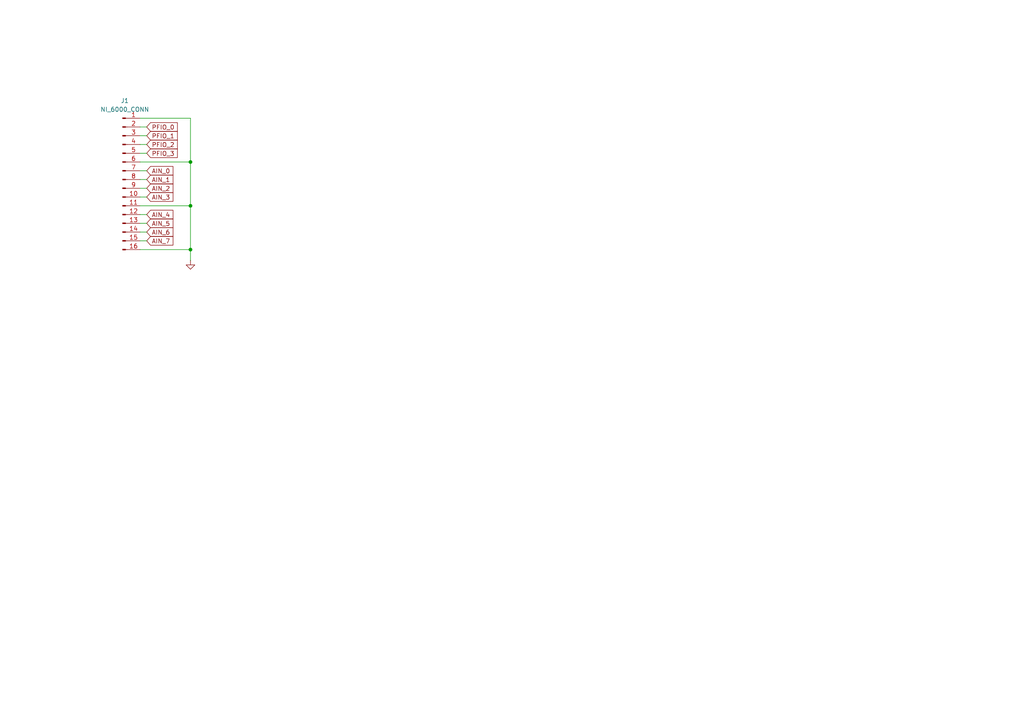
<source format=kicad_sch>
(kicad_sch (version 20250114) (generator "eeschema") (generator_version "9.0")
  (paper "A4")
  (lib_symbols
    (symbol "Connector:Conn_01x16_Pin" (pin_names (offset 1.016) (hide yes))
      (property "Reference" "J" (at 0 20.32 0))
      (property "Value" "Conn_01x16_Pin" (at 0 -22.86 0))
      (symbol "Conn_01x16_Pin_1_1"
        (rectangle (start 0.8636 17.907) (end 0 17.653) (stroke (width 0.1524)) (fill (type outline)))
        (rectangle (start 0.8636 15.367) (end 0 15.113) (stroke (width 0.1524)) (fill (type outline)))
        (rectangle (start 0.8636 12.827) (end 0 12.573) (stroke (width 0.1524)) (fill (type outline)))
        (rectangle (start 0.8636 10.287) (end 0 10.033) (stroke (width 0.1524)) (fill (type outline)))
        (rectangle (start 0.8636 7.747) (end 0 7.493) (stroke (width 0.1524)) (fill (type outline)))
        (rectangle (start 0.8636 5.207) (end 0 4.953) (stroke (width 0.1524)) (fill (type outline)))
        (rectangle (start 0.8636 2.667) (end 0 2.413) (stroke (width 0.1524)) (fill (type outline)))
        (rectangle (start 0.8636 0.127) (end 0 -0.127) (stroke (width 0.1524)) (fill (type outline)))
        (rectangle (start 0.8636 -2.413) (end 0 -2.667) (stroke (width 0.1524)) (fill (type outline)))
        (rectangle (start 0.8636 -4.953) (end 0 -5.207) (stroke (width 0.1524)) (fill (type outline)))
        (rectangle (start 0.8636 -7.493) (end 0 -7.747) (stroke (width 0.1524)) (fill (type outline)))
        (rectangle (start 0.8636 -10.033) (end 0 -10.287) (stroke (width 0.1524)) (fill (type outline)))
        (rectangle (start 0.8636 -12.573) (end 0 -12.827) (stroke (width 0.1524)) (fill (type outline)))
        (rectangle (start 0.8636 -15.113) (end 0 -15.367) (stroke (width 0.1524)) (fill (type outline)))
        (rectangle (start 0.8636 -17.653) (end 0 -17.907) (stroke (width 0.1524)) (fill (type outline)))
        (rectangle (start 0.8636 -20.193) (end 0 -20.447) (stroke (width 0.1524)) (fill (type outline)))
        (polyline (pts (xy 1.27 17.78) (xy 0.8636 17.78)) (stroke (width 0.1524)))
        (polyline (pts (xy 1.27 15.24) (xy 0.8636 15.24)) (stroke (width 0.1524)))
        (polyline (pts (xy 1.27 12.7) (xy 0.8636 12.7)) (stroke (width 0.1524)))
        (polyline (pts (xy 1.27 10.16) (xy 0.8636 10.16)) (stroke (width 0.1524)))
        (polyline (pts (xy 1.27 7.62) (xy 0.8636 7.62)) (stroke (width 0.1524)))
        (polyline (pts (xy 1.27 5.08) (xy 0.8636 5.08)) (stroke (width 0.1524)))
        (polyline (pts (xy 1.27 2.54) (xy 0.8636 2.54)) (stroke (width 0.1524)))
        (polyline (pts (xy 1.27 0) (xy 0.8636 0)) (stroke (width 0.1524)))
        (polyline (pts (xy 1.27 -2.54) (xy 0.8636 -2.54)) (stroke (width 0.1524)))
        (polyline (pts (xy 1.27 -5.08) (xy 0.8636 -5.08)) (stroke (width 0.1524)))
        (polyline (pts (xy 1.27 -7.62) (xy 0.8636 -7.62)) (stroke (width 0.1524)))
        (polyline (pts (xy 1.27 -10.16) (xy 0.8636 -10.16)) (stroke (width 0.1524)))
        (polyline (pts (xy 1.27 -12.7) (xy 0.8636 -12.7)) (stroke (width 0.1524)))
        (polyline (pts (xy 1.27 -15.24) (xy 0.8636 -15.24)) (stroke (width 0.1524)))
        (polyline (pts (xy 1.27 -17.78) (xy 0.8636 -17.78)) (stroke (width 0.1524)))
        (polyline (pts (xy 1.27 -20.32) (xy 0.8636 -20.32)) (stroke (width 0.1524)))
        (pin passive line (at 5.08 17.78 180) (length 3.81) (name "Pin_1") (number "1"))
        (pin passive line (at 5.08 15.24 180) (length 3.81) (name "Pin_2") (number "2"))
        (pin passive line (at 5.08 12.7 180) (length 3.81) (name "Pin_3") (number "3"))
        (pin passive line (at 5.08 10.16 180) (length 3.81) (name "Pin_4") (number "4"))
        (pin passive line (at 5.08 7.62 180) (length 3.81) (name "Pin_5") (number "5"))
        (pin passive line (at 5.08 5.08 180) (length 3.81) (name "Pin_6") (number "6"))
        (pin passive line (at 5.08 2.54 180) (length 3.81) (name "Pin_7") (number "7"))
        (pin passive line (at 5.08 0 180) (length 3.81) (name "Pin_8") (number "8"))
        (pin passive line (at 5.08 -2.54 180) (length 3.81) (name "Pin_9") (number "9"))
        (pin passive line (at 5.08 -5.08 180) (length 3.81) (name "Pin_10") (number "10"))
        (pin passive line (at 5.08 -7.62 180) (length 3.81) (name "Pin_11") (number "11"))
        (pin passive line (at 5.08 -10.16 180) (length 3.81) (name "Pin_12") (number "12"))
        (pin passive line (at 5.08 -12.7 180) (length 3.81) (name "Pin_13") (number "13"))
        (pin passive line (at 5.08 -15.24 180) (length 3.81) (name "Pin_14") (number "14"))
        (pin passive line (at 5.08 -17.78 180) (length 3.81) (name "Pin_15") (number "15"))
        (pin passive line (at 5.08 -20.32 180) (length 3.81) (name "Pin_16") (number "16"))
      )
    )
    (symbol "power:GND" (power) (pin_numbers (hide yes)) (pin_names (offset 0) (hide yes))
      (property "Value" "GND" (at 0 -3.81 0))
      (symbol "GND_0_1"
        (polyline (pts (xy 0 0) (xy 0 -1.27) (xy 1.27 -1.27) (xy 0 -2.54) (xy -1.27 -1.27) (xy 0 -1.27)))
      )
      (symbol "GND_1_1"
        (pin power_in line (at 0 0 270) (length 0) (name "~") (number "1"))
      )
    )
  )
  (junction (at 55.245 72.39))
  (junction (at 55.245 46.99))
  (junction (at 55.245 59.69))
  (wire (pts (xy 42.545 57.15) (xy 40.64 57.15)))
  (wire (pts (xy 42.545 64.77) (xy 40.64 64.77)))
  (wire (pts (xy 42.545 49.53) (xy 40.64 49.53)))
  (wire (pts (xy 42.545 52.07) (xy 40.64 52.07)))
  (wire (pts (xy 40.64 72.39) (xy 55.245 72.39)))
  (wire (pts (xy 42.545 62.23) (xy 40.64 62.23)))
  (wire (pts (xy 42.545 44.45) (xy 40.64 44.45)))
  (wire (pts (xy 42.545 39.37) (xy 40.64 39.37)))
  (wire (pts (xy 42.545 41.91) (xy 40.64 41.91)))
  (wire (pts (xy 40.64 46.99) (xy 55.245 46.99)))
  (wire (pts (xy 42.545 54.61) (xy 40.64 54.61)))
  (wire (pts (xy 55.245 46.99) (xy 55.245 59.69)))
  (wire (pts (xy 55.245 72.39) (xy 55.245 75.565)))
  (wire (pts (xy 55.245 34.29) (xy 55.245 46.99)))
  (wire (pts (xy 55.245 59.69) (xy 55.245 72.39)))
  (wire (pts (xy 42.545 67.31) (xy 40.64 67.31)))
  (wire (pts (xy 40.64 34.29) (xy 55.245 34.29)))
  (wire (pts (xy 40.64 59.69) (xy 55.245 59.69)))
  (wire (pts (xy 42.545 36.83) (xy 40.64 36.83)))
  (wire (pts (xy 42.545 69.85) (xy 40.64 69.85)))
  (global_label "AIN_1" (shape input) (at 42.545 52.07 0) (property "Intersheetrefs" "${INTERSHEET_REFS}" (effects (hide yes))))
  (global_label "AIN_4" (shape input) (at 42.545 62.23 0) (property "Intersheetrefs" "${INTERSHEET_REFS}" (effects (hide yes))))
  (global_label "PFIO_3" (shape input) (at 42.545 44.45 0) (property "Intersheetrefs" "${INTERSHEET_REFS}" (effects (hide yes))))
  (global_label "AIN_6" (shape input) (at 42.545 67.31 0) (property "Intersheetrefs" "${INTERSHEET_REFS}" (effects (hide yes))))
  (global_label "AIN_3" (shape input) (at 42.545 57.15 0) (property "Intersheetrefs" "${INTERSHEET_REFS}" (effects (hide yes))))
  (global_label "AIN_0" (shape input) (at 42.545 49.53 0) (property "Intersheetrefs" "${INTERSHEET_REFS}" (effects (hide yes))))
  (global_label "PFIO_2" (shape input) (at 42.545 41.91 0) (property "Intersheetrefs" "${INTERSHEET_REFS}" (effects (hide yes))))
  (global_label "PFIO_0" (shape input) (at 42.545 36.83 0) (property "Intersheetrefs" "${INTERSHEET_REFS}" (effects (hide yes))))
  (global_label "AIN_7" (shape input) (at 42.545 69.85 0) (property "Intersheetrefs" "${INTERSHEET_REFS}" (effects (hide yes))))
  (global_label "AIN_2" (shape input) (at 42.545 54.61 0) (property "Intersheetrefs" "${INTERSHEET_REFS}" (effects (hide yes))))
  (global_label "AIN_5" (shape input) (at 42.545 64.77 0) (property "Intersheetrefs" "${INTERSHEET_REFS}" (effects (hide yes))))
  (global_label "PFIO_1" (shape input) (at 42.545 39.37 0) (property "Intersheetrefs" "${INTERSHEET_REFS}" (effects (hide yes))))
  (symbol (lib_id "power:GND") (at 55.245 75.565 0) (unit 1)
    (property "Reference" "#PWR01" (effects (hide yes)))
    (property "Value" "GND" (effects (hide yes)))
    (property "Description" "Power symbol creates a global label with name \"GND\" , ground" (effects (hide yes)))
  )
  (symbol (lib_id "Connector:Conn_01x16_Pin") (at 35.56 52.07 0) (unit 1)
    (property "Reference" "J1" (at 36.195 29.21 0))
    (property "Value" "NI_6000_CONN" (at 36.195 31.75 0))
    (property "Footprint" "Connector_PinHeader_2.54mm:PinHeader_1x16_P2.54mm_Horizontal" (effects (hide yes)))
    (property "Description" "Generic connector, single row, 01x16, script generated" (effects (hide yes)))
  )
)
</source>
